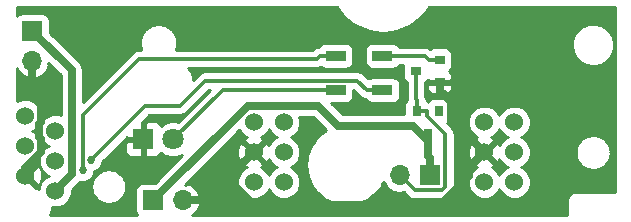
<source format=gbl>
G04 #@! TF.FileFunction,Copper,L2,Bot,Signal*
%FSLAX46Y46*%
G04 Gerber Fmt 4.6, Leading zero omitted, Abs format (unit mm)*
G04 Created by KiCad (PCBNEW 4.0.7) date 03/23/18 08:01:55*
%MOMM*%
%LPD*%
G01*
G04 APERTURE LIST*
%ADD10C,0.127000*%
%ADD11R,0.800000X0.900000*%
%ADD12R,1.700000X1.700000*%
%ADD13O,1.700000X1.700000*%
%ADD14C,1.524000*%
%ADD15R,0.900000X0.800000*%
%ADD16R,1.700000X0.900000*%
%ADD17R,1.800000X1.800000*%
%ADD18C,1.800000*%
%ADD19C,0.685800*%
%ADD20C,0.650000*%
%ADD21C,0.300000*%
%ADD22C,0.254000*%
G04 APERTURE END LIST*
D10*
D11*
X151094000Y-99533000D03*
X152994000Y-99533000D03*
X152044000Y-101533000D03*
D12*
X128753000Y-107137000D03*
D13*
X131293000Y-107137000D03*
D12*
X118542000Y-92786200D03*
D13*
X118542000Y-95326200D03*
D14*
X117958000Y-99949000D03*
X117958000Y-102489000D03*
X117958000Y-105029000D03*
X120498000Y-101219000D03*
X120498000Y-103759000D03*
X120498000Y-106299000D03*
D12*
X152197000Y-105004000D03*
D13*
X149657000Y-105004000D03*
D15*
X153019000Y-95214400D03*
X153019000Y-97114400D03*
X151019000Y-96164400D03*
D16*
X144221000Y-97792200D03*
X144221000Y-94892200D03*
X148184000Y-97792200D03*
X148184000Y-94892200D03*
D14*
X159360000Y-100508000D03*
X159360000Y-103048000D03*
X159360000Y-105588000D03*
X156820000Y-100508000D03*
X156820000Y-103048000D03*
X156820000Y-105588000D03*
X139827000Y-100508000D03*
X139827000Y-103048000D03*
X139827000Y-105588000D03*
X137287000Y-100508000D03*
X137287000Y-103048000D03*
X137287000Y-105588000D03*
D17*
X127940000Y-101956000D03*
D18*
X130480000Y-101956000D03*
D19*
X123505400Y-103733000D03*
X122812100Y-104592000D03*
D20*
X153019000Y-97114400D02*
X153019000Y-98164400D01*
X131293000Y-107137000D02*
X132793000Y-107137000D01*
X153377000Y-98164400D02*
X153019000Y-98164400D01*
X153973400Y-98760800D02*
X153377000Y-98164400D01*
X153973400Y-100201400D02*
X153973400Y-98760800D01*
X156820000Y-103048000D02*
X153973400Y-100201400D01*
X137287000Y-103048000D02*
X135066800Y-105268200D01*
X135066700Y-105268200D02*
X135066800Y-105268200D01*
X134661800Y-105268200D02*
X135066700Y-105268200D01*
X132793000Y-107137000D02*
X134661800Y-105268200D01*
X155478600Y-104389400D02*
X156820000Y-103048000D01*
X155478600Y-105047100D02*
X155478600Y-104389400D01*
X153017000Y-107508700D02*
X155478600Y-105047100D01*
X137307200Y-107508700D02*
X153017000Y-107508700D01*
X135066800Y-105268200D02*
X137307200Y-107508700D01*
X117958000Y-104394000D02*
X117958000Y-105029000D01*
X119309500Y-103042500D02*
X117958000Y-104394000D01*
X119309500Y-101927400D02*
X119309500Y-103042500D01*
X119126800Y-101744700D02*
X119309500Y-101927400D01*
X119126800Y-100677200D02*
X119126800Y-101744700D01*
X119308900Y-100495100D02*
X119126800Y-100677200D01*
X119308900Y-97593100D02*
X119308900Y-100495100D01*
X118542000Y-96826200D02*
X119308900Y-97593100D01*
X118542000Y-95326200D02*
X118542000Y-96826200D01*
D21*
X134643800Y-97792200D02*
X144221000Y-97792200D01*
X130480000Y-101956000D02*
X134643800Y-97792200D01*
D20*
X152044000Y-101533000D02*
X152044000Y-102083000D01*
X136773800Y-99116200D02*
X128753000Y-107137000D01*
X142741200Y-99116200D02*
X136773800Y-99116200D01*
X144418600Y-100793600D02*
X142741200Y-99116200D01*
X150754600Y-100793600D02*
X144418600Y-100793600D01*
X152044000Y-102083000D02*
X150754600Y-100793600D01*
X152044000Y-103351000D02*
X152044000Y-102083000D01*
X152197000Y-103504000D02*
X152044000Y-103351000D01*
X152197000Y-105004000D02*
X152197000Y-103504000D01*
D21*
X151019000Y-98533000D02*
X151094000Y-98608000D01*
X151019000Y-96164400D02*
X151019000Y-98533000D01*
X151094000Y-99533000D02*
X151094000Y-98608000D01*
X151969000Y-99983000D02*
X151969000Y-99533000D01*
X153509800Y-101523800D02*
X151969000Y-99983000D01*
X153509800Y-105962900D02*
X153509800Y-101523800D01*
X153214300Y-106258400D02*
X153509800Y-105962900D01*
X150911400Y-106258400D02*
X153214300Y-106258400D01*
X149657000Y-105004000D02*
X150911400Y-106258400D01*
X151094000Y-99533000D02*
X151969000Y-99533000D01*
X148184000Y-97792200D02*
X146859000Y-97792200D01*
X128109800Y-99128600D02*
X123505400Y-103733000D01*
X131053800Y-99128600D02*
X128109800Y-99128600D01*
X133190600Y-96991800D02*
X131053800Y-99128600D01*
X146058600Y-96991800D02*
X133190600Y-96991800D01*
X146859000Y-97792200D02*
X146058600Y-96991800D01*
X144221000Y-94892200D02*
X142896000Y-94892200D01*
X122812100Y-99943800D02*
X122812100Y-104592000D01*
X127607100Y-95148800D02*
X122812100Y-99943800D01*
X142639400Y-95148800D02*
X127607100Y-95148800D01*
X142896000Y-94892200D02*
X142639400Y-95148800D01*
X151771800Y-94892200D02*
X152094000Y-95214400D01*
X148184000Y-94892200D02*
X151771800Y-94892200D01*
X153019000Y-95214400D02*
X152094000Y-95214400D01*
D20*
X121889700Y-104907300D02*
X120498000Y-106299000D01*
X121889700Y-96133900D02*
X121889700Y-104907300D01*
X118542000Y-92786200D02*
X121889700Y-96133900D01*
D22*
G36*
X130869981Y-100455861D02*
X130786670Y-100421267D01*
X130176009Y-100420735D01*
X129611629Y-100653932D01*
X129434159Y-100831092D01*
X129378327Y-100696301D01*
X129199698Y-100517673D01*
X128966309Y-100421000D01*
X128225750Y-100421000D01*
X128067000Y-100579750D01*
X128067000Y-101829000D01*
X128087000Y-101829000D01*
X128087000Y-102083000D01*
X128067000Y-102083000D01*
X128067000Y-103332250D01*
X128225750Y-103491000D01*
X128966309Y-103491000D01*
X129199698Y-103394327D01*
X129378327Y-103215699D01*
X129434119Y-103081006D01*
X129609357Y-103256551D01*
X130173330Y-103490733D01*
X130783991Y-103491265D01*
X131222121Y-103310233D01*
X128892794Y-105639560D01*
X127903000Y-105639560D01*
X127667683Y-105683838D01*
X127451559Y-105822910D01*
X127306569Y-106035110D01*
X127255560Y-106287000D01*
X127255560Y-107987000D01*
X127299838Y-108222317D01*
X127406258Y-108387698D01*
X120048361Y-108387698D01*
X120229333Y-107951870D01*
X120229556Y-107695766D01*
X120774661Y-107696242D01*
X121288303Y-107484010D01*
X121681629Y-107091370D01*
X121894757Y-106578100D01*
X121895035Y-106259611D01*
X122271356Y-105883289D01*
X123540903Y-105883289D01*
X123546764Y-105972698D01*
X123540903Y-106062107D01*
X123568162Y-106269163D01*
X123596966Y-106354016D01*
X123614446Y-106441895D01*
X123694366Y-106634838D01*
X123744145Y-106709336D01*
X123783775Y-106789699D01*
X123910910Y-106955385D01*
X123978279Y-107014466D01*
X124037356Y-107081830D01*
X124203041Y-107208966D01*
X124283405Y-107248597D01*
X124357906Y-107298377D01*
X124550851Y-107378297D01*
X124638734Y-107395778D01*
X124723579Y-107424579D01*
X124930634Y-107451838D01*
X125020043Y-107445977D01*
X125109452Y-107451838D01*
X125316508Y-107424579D01*
X125401356Y-107395777D01*
X125489235Y-107378297D01*
X125682180Y-107298377D01*
X125756681Y-107248597D01*
X125837044Y-107208967D01*
X126002730Y-107081832D01*
X126061811Y-107014462D01*
X126129178Y-106955383D01*
X126256312Y-106789697D01*
X126295940Y-106709337D01*
X126345719Y-106634839D01*
X126425640Y-106441895D01*
X126443120Y-106354016D01*
X126471924Y-106269163D01*
X126499183Y-106062107D01*
X126493322Y-105972698D01*
X126499183Y-105883289D01*
X126471924Y-105676234D01*
X126443122Y-105591386D01*
X126425641Y-105503503D01*
X126345720Y-105310558D01*
X126295938Y-105236055D01*
X126256311Y-105155698D01*
X126129177Y-104990013D01*
X126061812Y-104930935D01*
X126002730Y-104863565D01*
X125837044Y-104736430D01*
X125756681Y-104696800D01*
X125682180Y-104647020D01*
X125489235Y-104567100D01*
X125401356Y-104549620D01*
X125316511Y-104520819D01*
X125109456Y-104493559D01*
X125020043Y-104499419D01*
X124930631Y-104493559D01*
X124724069Y-104520754D01*
X124721813Y-104520752D01*
X124712792Y-104524479D01*
X124638732Y-104549619D01*
X124550851Y-104567100D01*
X124357906Y-104647020D01*
X124283405Y-104696800D01*
X124219638Y-104728246D01*
X124194200Y-104738757D01*
X124174895Y-104758029D01*
X124037356Y-104863567D01*
X123978280Y-104930930D01*
X123910912Y-104990010D01*
X123807488Y-105124795D01*
X123790176Y-105142077D01*
X123785398Y-105153583D01*
X123783777Y-105155696D01*
X123744149Y-105236055D01*
X123694366Y-105310559D01*
X123614445Y-105503503D01*
X123596964Y-105591385D01*
X123568162Y-105676233D01*
X123540903Y-105883289D01*
X122271356Y-105883289D01*
X122568520Y-105586125D01*
X122568523Y-105586123D01*
X122587568Y-105557621D01*
X122616730Y-105569730D01*
X123005763Y-105570069D01*
X123365312Y-105421507D01*
X123640640Y-105146659D01*
X123789830Y-104787370D01*
X123789929Y-104673524D01*
X124058612Y-104562507D01*
X124333940Y-104287659D01*
X124483130Y-103928370D01*
X124483185Y-103865373D01*
X126106808Y-102241750D01*
X126405000Y-102241750D01*
X126405000Y-102982310D01*
X126501673Y-103215699D01*
X126680302Y-103394327D01*
X126913691Y-103491000D01*
X127654250Y-103491000D01*
X127813000Y-103332250D01*
X127813000Y-102083000D01*
X126563750Y-102083000D01*
X126405000Y-102241750D01*
X126106808Y-102241750D01*
X126541654Y-101806904D01*
X126563750Y-101829000D01*
X127813000Y-101829000D01*
X127813000Y-100579750D01*
X127790904Y-100557654D01*
X128434958Y-99913600D01*
X131053800Y-99913600D01*
X131354207Y-99853845D01*
X131608879Y-99683679D01*
X133515757Y-97776800D01*
X133549042Y-97776800D01*
X130869981Y-100455861D01*
X130869981Y-100455861D01*
G37*
X130869981Y-100455861D02*
X130786670Y-100421267D01*
X130176009Y-100420735D01*
X129611629Y-100653932D01*
X129434159Y-100831092D01*
X129378327Y-100696301D01*
X129199698Y-100517673D01*
X128966309Y-100421000D01*
X128225750Y-100421000D01*
X128067000Y-100579750D01*
X128067000Y-101829000D01*
X128087000Y-101829000D01*
X128087000Y-102083000D01*
X128067000Y-102083000D01*
X128067000Y-103332250D01*
X128225750Y-103491000D01*
X128966309Y-103491000D01*
X129199698Y-103394327D01*
X129378327Y-103215699D01*
X129434119Y-103081006D01*
X129609357Y-103256551D01*
X130173330Y-103490733D01*
X130783991Y-103491265D01*
X131222121Y-103310233D01*
X128892794Y-105639560D01*
X127903000Y-105639560D01*
X127667683Y-105683838D01*
X127451559Y-105822910D01*
X127306569Y-106035110D01*
X127255560Y-106287000D01*
X127255560Y-107987000D01*
X127299838Y-108222317D01*
X127406258Y-108387698D01*
X120048361Y-108387698D01*
X120229333Y-107951870D01*
X120229556Y-107695766D01*
X120774661Y-107696242D01*
X121288303Y-107484010D01*
X121681629Y-107091370D01*
X121894757Y-106578100D01*
X121895035Y-106259611D01*
X122271356Y-105883289D01*
X123540903Y-105883289D01*
X123546764Y-105972698D01*
X123540903Y-106062107D01*
X123568162Y-106269163D01*
X123596966Y-106354016D01*
X123614446Y-106441895D01*
X123694366Y-106634838D01*
X123744145Y-106709336D01*
X123783775Y-106789699D01*
X123910910Y-106955385D01*
X123978279Y-107014466D01*
X124037356Y-107081830D01*
X124203041Y-107208966D01*
X124283405Y-107248597D01*
X124357906Y-107298377D01*
X124550851Y-107378297D01*
X124638734Y-107395778D01*
X124723579Y-107424579D01*
X124930634Y-107451838D01*
X125020043Y-107445977D01*
X125109452Y-107451838D01*
X125316508Y-107424579D01*
X125401356Y-107395777D01*
X125489235Y-107378297D01*
X125682180Y-107298377D01*
X125756681Y-107248597D01*
X125837044Y-107208967D01*
X126002730Y-107081832D01*
X126061811Y-107014462D01*
X126129178Y-106955383D01*
X126256312Y-106789697D01*
X126295940Y-106709337D01*
X126345719Y-106634839D01*
X126425640Y-106441895D01*
X126443120Y-106354016D01*
X126471924Y-106269163D01*
X126499183Y-106062107D01*
X126493322Y-105972698D01*
X126499183Y-105883289D01*
X126471924Y-105676234D01*
X126443122Y-105591386D01*
X126425641Y-105503503D01*
X126345720Y-105310558D01*
X126295938Y-105236055D01*
X126256311Y-105155698D01*
X126129177Y-104990013D01*
X126061812Y-104930935D01*
X126002730Y-104863565D01*
X125837044Y-104736430D01*
X125756681Y-104696800D01*
X125682180Y-104647020D01*
X125489235Y-104567100D01*
X125401356Y-104549620D01*
X125316511Y-104520819D01*
X125109456Y-104493559D01*
X125020043Y-104499419D01*
X124930631Y-104493559D01*
X124724069Y-104520754D01*
X124721813Y-104520752D01*
X124712792Y-104524479D01*
X124638732Y-104549619D01*
X124550851Y-104567100D01*
X124357906Y-104647020D01*
X124283405Y-104696800D01*
X124219638Y-104728246D01*
X124194200Y-104738757D01*
X124174895Y-104758029D01*
X124037356Y-104863567D01*
X123978280Y-104930930D01*
X123910912Y-104990010D01*
X123807488Y-105124795D01*
X123790176Y-105142077D01*
X123785398Y-105153583D01*
X123783777Y-105155696D01*
X123744149Y-105236055D01*
X123694366Y-105310559D01*
X123614445Y-105503503D01*
X123596964Y-105591385D01*
X123568162Y-105676233D01*
X123540903Y-105883289D01*
X122271356Y-105883289D01*
X122568520Y-105586125D01*
X122568523Y-105586123D01*
X122587568Y-105557621D01*
X122616730Y-105569730D01*
X123005763Y-105570069D01*
X123365312Y-105421507D01*
X123640640Y-105146659D01*
X123789830Y-104787370D01*
X123789929Y-104673524D01*
X124058612Y-104562507D01*
X124333940Y-104287659D01*
X124483130Y-103928370D01*
X124483185Y-103865373D01*
X126106808Y-102241750D01*
X126405000Y-102241750D01*
X126405000Y-102982310D01*
X126501673Y-103215699D01*
X126680302Y-103394327D01*
X126913691Y-103491000D01*
X127654250Y-103491000D01*
X127813000Y-103332250D01*
X127813000Y-102083000D01*
X126563750Y-102083000D01*
X126405000Y-102241750D01*
X126106808Y-102241750D01*
X126541654Y-101806904D01*
X126563750Y-101829000D01*
X127813000Y-101829000D01*
X127813000Y-100579750D01*
X127790904Y-100557654D01*
X128434958Y-99913600D01*
X131053800Y-99913600D01*
X131354207Y-99853845D01*
X131608879Y-99683679D01*
X133515757Y-97776800D01*
X133549042Y-97776800D01*
X130869981Y-100455861D01*
G36*
X144753595Y-91356444D02*
X144821410Y-91424298D01*
X144881211Y-91499318D01*
X145710989Y-92200296D01*
X145794950Y-92246722D01*
X145873179Y-92302243D01*
X146864619Y-92746031D01*
X146958147Y-92767390D01*
X147048697Y-92799079D01*
X148124259Y-92950968D01*
X148220043Y-92945593D01*
X148315827Y-92950968D01*
X149391389Y-92799079D01*
X149481937Y-92767390D01*
X149575466Y-92746031D01*
X150566907Y-92302243D01*
X150645139Y-92246719D01*
X150729096Y-92200296D01*
X151558876Y-91499317D01*
X151618675Y-91424300D01*
X151686492Y-91356444D01*
X152086311Y-90757698D01*
X167835043Y-90757698D01*
X167835043Y-106387698D01*
X164520043Y-106387698D01*
X164257905Y-106439841D01*
X164035675Y-106588330D01*
X163887186Y-106810560D01*
X163835043Y-107072698D01*
X163835043Y-108387698D01*
X132082909Y-108387698D01*
X132488183Y-108018358D01*
X132734486Y-107493892D01*
X132613819Y-107264000D01*
X131420000Y-107264000D01*
X131420000Y-107284000D01*
X131166000Y-107284000D01*
X131166000Y-107264000D01*
X131146000Y-107264000D01*
X131146000Y-107010000D01*
X131166000Y-107010000D01*
X131166000Y-106990000D01*
X131420000Y-106990000D01*
X131420000Y-107010000D01*
X132613819Y-107010000D01*
X132734486Y-106780108D01*
X132488183Y-106255642D01*
X132059924Y-105865355D01*
X131649890Y-105695524D01*
X131442870Y-105804776D01*
X134407344Y-102840302D01*
X135877856Y-102840302D01*
X135905638Y-103395368D01*
X136064603Y-103779143D01*
X136306787Y-103848608D01*
X137107395Y-103048000D01*
X136306787Y-102247392D01*
X136064603Y-102316857D01*
X135877856Y-102840302D01*
X134407344Y-102840302D01*
X136057359Y-101190287D01*
X136101990Y-101298303D01*
X136494630Y-101691629D01*
X136686727Y-101771395D01*
X136555857Y-101825603D01*
X136486392Y-102067787D01*
X137287000Y-102868395D01*
X138087608Y-102067787D01*
X138018143Y-101825603D01*
X137877682Y-101775491D01*
X138077303Y-101693010D01*
X138470629Y-101300370D01*
X138556949Y-101092488D01*
X138641990Y-101298303D01*
X139034630Y-101691629D01*
X139242512Y-101777949D01*
X139036697Y-101862990D01*
X138643371Y-102255630D01*
X138563605Y-102447727D01*
X138509397Y-102316857D01*
X138267213Y-102247392D01*
X137466605Y-103048000D01*
X138267213Y-103848608D01*
X138509397Y-103779143D01*
X138559509Y-103638682D01*
X138641990Y-103838303D01*
X139034630Y-104231629D01*
X139242512Y-104317949D01*
X139036697Y-104402990D01*
X138643371Y-104795630D01*
X138557051Y-105003512D01*
X138472010Y-104797697D01*
X138079370Y-104404371D01*
X137887273Y-104324605D01*
X138018143Y-104270397D01*
X138087608Y-104028213D01*
X137287000Y-103227605D01*
X136486392Y-104028213D01*
X136555857Y-104270397D01*
X136696318Y-104320509D01*
X136496697Y-104402990D01*
X136103371Y-104795630D01*
X135890243Y-105308900D01*
X135889758Y-105864661D01*
X136101990Y-106378303D01*
X136494630Y-106771629D01*
X137007900Y-106984757D01*
X137563661Y-106985242D01*
X138077303Y-106773010D01*
X138470629Y-106380370D01*
X138556949Y-106172488D01*
X138641990Y-106378303D01*
X139034630Y-106771629D01*
X139547900Y-106984757D01*
X140103661Y-106985242D01*
X140617303Y-106773010D01*
X141010629Y-106380370D01*
X141223757Y-105867100D01*
X141224242Y-105311339D01*
X141012010Y-104797697D01*
X140619370Y-104404371D01*
X140411488Y-104318051D01*
X140617303Y-104233010D01*
X141010629Y-103840370D01*
X141223757Y-103327100D01*
X141224242Y-102771339D01*
X141012010Y-102257697D01*
X140619370Y-101864371D01*
X140411488Y-101778051D01*
X140617303Y-101693010D01*
X141010629Y-101300370D01*
X141223757Y-100787100D01*
X141224242Y-100231339D01*
X141160140Y-100076200D01*
X142343554Y-100076200D01*
X143436305Y-101168950D01*
X143378041Y-101197682D01*
X143279723Y-101273124D01*
X143259057Y-101281663D01*
X143227365Y-101313300D01*
X142808498Y-101634708D01*
X142749416Y-101702078D01*
X142682054Y-101761153D01*
X142365602Y-102173559D01*
X142306010Y-102233048D01*
X142289564Y-102272654D01*
X142245027Y-102330696D01*
X142205399Y-102411054D01*
X142155615Y-102485560D01*
X141880889Y-103148808D01*
X141863409Y-103236687D01*
X141834607Y-103321535D01*
X141825590Y-103390029D01*
X141789589Y-103476728D01*
X141789425Y-103664726D01*
X141740903Y-104033287D01*
X141746763Y-104122698D01*
X141740903Y-104212108D01*
X141788631Y-104574639D01*
X141788414Y-104823364D01*
X141856098Y-104987173D01*
X141863411Y-105008715D01*
X141880890Y-105096589D01*
X142155615Y-105759836D01*
X142205396Y-105834337D01*
X142209982Y-105843637D01*
X142302663Y-106067943D01*
X142561817Y-106327550D01*
X142682053Y-106484244D01*
X142749418Y-106543321D01*
X142808498Y-106610689D01*
X142962186Y-106728618D01*
X143254048Y-107020990D01*
X143531543Y-107136216D01*
X143532905Y-107137126D01*
X143869085Y-107276376D01*
X144497728Y-107537411D01*
X144974207Y-107537827D01*
X145080633Y-107551838D01*
X145170043Y-107545978D01*
X145259453Y-107551838D01*
X145363300Y-107538166D01*
X145844364Y-107538586D01*
X147088943Y-107024337D01*
X147409364Y-106704474D01*
X147531588Y-106610689D01*
X147590667Y-106543322D01*
X147658034Y-106484243D01*
X147749861Y-106364571D01*
X148041990Y-106072952D01*
X148151548Y-105809108D01*
X148184470Y-105759836D01*
X148273706Y-105544402D01*
X148285039Y-105601378D01*
X148606946Y-106083147D01*
X149088715Y-106405054D01*
X149657000Y-106518093D01*
X149993918Y-106451076D01*
X150356319Y-106813476D01*
X150356321Y-106813479D01*
X150610994Y-106983645D01*
X150911400Y-107043400D01*
X153214300Y-107043400D01*
X153514707Y-106983645D01*
X153769379Y-106813479D01*
X154064879Y-106517979D01*
X154235045Y-106263307D01*
X154294800Y-105962900D01*
X154294800Y-102840302D01*
X155410856Y-102840302D01*
X155438638Y-103395368D01*
X155597603Y-103779143D01*
X155839787Y-103848608D01*
X156640395Y-103048000D01*
X155839787Y-102247392D01*
X155597603Y-102316857D01*
X155410856Y-102840302D01*
X154294800Y-102840302D01*
X154294800Y-101523800D01*
X154273865Y-101418552D01*
X154235045Y-101223393D01*
X154064879Y-100968721D01*
X153880819Y-100784661D01*
X155422758Y-100784661D01*
X155634990Y-101298303D01*
X156027630Y-101691629D01*
X156219727Y-101771395D01*
X156088857Y-101825603D01*
X156019392Y-102067787D01*
X156820000Y-102868395D01*
X157620608Y-102067787D01*
X157551143Y-101825603D01*
X157410682Y-101775491D01*
X157610303Y-101693010D01*
X158003629Y-101300370D01*
X158089949Y-101092488D01*
X158174990Y-101298303D01*
X158567630Y-101691629D01*
X158775512Y-101777949D01*
X158569697Y-101862990D01*
X158176371Y-102255630D01*
X158096605Y-102447727D01*
X158042397Y-102316857D01*
X157800213Y-102247392D01*
X156999605Y-103048000D01*
X157800213Y-103848608D01*
X158042397Y-103779143D01*
X158092509Y-103638682D01*
X158174990Y-103838303D01*
X158567630Y-104231629D01*
X158775512Y-104317949D01*
X158569697Y-104402990D01*
X158176371Y-104795630D01*
X158090051Y-105003512D01*
X158005010Y-104797697D01*
X157612370Y-104404371D01*
X157420273Y-104324605D01*
X157551143Y-104270397D01*
X157620608Y-104028213D01*
X156820000Y-103227605D01*
X156019392Y-104028213D01*
X156088857Y-104270397D01*
X156229318Y-104320509D01*
X156029697Y-104402990D01*
X155636371Y-104795630D01*
X155423243Y-105308900D01*
X155422758Y-105864661D01*
X155634990Y-106378303D01*
X156027630Y-106771629D01*
X156540900Y-106984757D01*
X157096661Y-106985242D01*
X157610303Y-106773010D01*
X158003629Y-106380370D01*
X158089949Y-106172488D01*
X158174990Y-106378303D01*
X158567630Y-106771629D01*
X159080900Y-106984757D01*
X159636661Y-106985242D01*
X160150303Y-106773010D01*
X160543629Y-106380370D01*
X160756757Y-105867100D01*
X160757242Y-105311339D01*
X160545010Y-104797697D01*
X160152370Y-104404371D01*
X159944488Y-104318051D01*
X160150303Y-104233010D01*
X160543629Y-103840370D01*
X160756757Y-103327100D01*
X160757057Y-102983289D01*
X164540903Y-102983289D01*
X164546764Y-103072698D01*
X164540903Y-103162107D01*
X164568162Y-103369163D01*
X164596966Y-103454016D01*
X164614446Y-103541895D01*
X164694366Y-103734838D01*
X164744145Y-103809336D01*
X164783775Y-103889699D01*
X164910910Y-104055385D01*
X164978279Y-104114466D01*
X165037356Y-104181830D01*
X165203041Y-104308966D01*
X165283405Y-104348597D01*
X165357906Y-104398377D01*
X165550851Y-104478297D01*
X165638734Y-104495778D01*
X165723579Y-104524579D01*
X165930634Y-104551838D01*
X166020043Y-104545977D01*
X166109452Y-104551838D01*
X166316508Y-104524579D01*
X166401356Y-104495777D01*
X166489235Y-104478297D01*
X166682180Y-104398377D01*
X166756681Y-104348597D01*
X166837044Y-104308967D01*
X167002730Y-104181832D01*
X167061811Y-104114462D01*
X167129178Y-104055383D01*
X167256312Y-103889697D01*
X167295940Y-103809337D01*
X167345719Y-103734839D01*
X167425640Y-103541895D01*
X167443120Y-103454016D01*
X167471924Y-103369163D01*
X167499183Y-103162107D01*
X167493322Y-103072698D01*
X167499183Y-102983289D01*
X167475226Y-102801314D01*
X167475248Y-102775813D01*
X167455820Y-102728794D01*
X167443122Y-102691386D01*
X167425641Y-102603503D01*
X167345720Y-102410558D01*
X167295938Y-102336055D01*
X167281170Y-102306107D01*
X167257243Y-102248200D01*
X167228344Y-102219251D01*
X167129177Y-102090013D01*
X167061812Y-102030935D01*
X167002730Y-101963565D01*
X166876130Y-101866421D01*
X166853923Y-101844176D01*
X166839138Y-101838037D01*
X166837044Y-101836430D01*
X166756681Y-101796800D01*
X166682180Y-101747020D01*
X166489235Y-101667100D01*
X166401356Y-101649620D01*
X166316511Y-101620819D01*
X166109456Y-101593559D01*
X166020043Y-101599419D01*
X165930631Y-101593559D01*
X165723575Y-101620819D01*
X165638732Y-101649619D01*
X165550851Y-101667100D01*
X165357906Y-101747020D01*
X165283405Y-101796800D01*
X165203041Y-101836431D01*
X165037356Y-101963567D01*
X164978280Y-102030930D01*
X164910912Y-102090010D01*
X164783777Y-102255696D01*
X164744149Y-102336055D01*
X164694366Y-102410559D01*
X164614445Y-102603503D01*
X164596964Y-102691385D01*
X164568162Y-102776233D01*
X164540903Y-102983289D01*
X160757057Y-102983289D01*
X160757242Y-102771339D01*
X160545010Y-102257697D01*
X160152370Y-101864371D01*
X159944488Y-101778051D01*
X160150303Y-101693010D01*
X160543629Y-101300370D01*
X160756757Y-100787100D01*
X160757242Y-100231339D01*
X160545010Y-99717697D01*
X160152370Y-99324371D01*
X159639100Y-99111243D01*
X159083339Y-99110758D01*
X158569697Y-99322990D01*
X158176371Y-99715630D01*
X158090051Y-99923512D01*
X158005010Y-99717697D01*
X157612370Y-99324371D01*
X157099100Y-99111243D01*
X156543339Y-99110758D01*
X156029697Y-99322990D01*
X155636371Y-99715630D01*
X155423243Y-100228900D01*
X155422758Y-100784661D01*
X153880819Y-100784661D01*
X153661567Y-100565409D01*
X153845441Y-100447090D01*
X153990431Y-100234890D01*
X154041440Y-99983000D01*
X154041440Y-99083000D01*
X153997162Y-98847683D01*
X153858090Y-98631559D01*
X153645890Y-98486569D01*
X153394000Y-98435560D01*
X152594000Y-98435560D01*
X152358683Y-98479838D01*
X152142559Y-98618910D01*
X152044143Y-98762947D01*
X152042415Y-98762603D01*
X151958090Y-98631559D01*
X151871983Y-98572725D01*
X151844234Y-98433222D01*
X151819245Y-98307593D01*
X151804000Y-98284777D01*
X151804000Y-97400150D01*
X151934000Y-97400150D01*
X151934000Y-97640710D01*
X152030673Y-97874099D01*
X152209302Y-98052727D01*
X152442691Y-98149400D01*
X152733250Y-98149400D01*
X152892000Y-97990650D01*
X152892000Y-97241400D01*
X153146000Y-97241400D01*
X153146000Y-97990650D01*
X153304750Y-98149400D01*
X153595309Y-98149400D01*
X153828698Y-98052727D01*
X154007327Y-97874099D01*
X154104000Y-97640710D01*
X154104000Y-97400150D01*
X153945250Y-97241400D01*
X153146000Y-97241400D01*
X152892000Y-97241400D01*
X152092750Y-97241400D01*
X151934000Y-97400150D01*
X151804000Y-97400150D01*
X151804000Y-97103418D01*
X151920441Y-97028490D01*
X152007064Y-96901714D01*
X152092750Y-96987400D01*
X152892000Y-96987400D01*
X152892000Y-96967400D01*
X153146000Y-96967400D01*
X153146000Y-96987400D01*
X153945250Y-96987400D01*
X154104000Y-96828650D01*
X154104000Y-96588090D01*
X154007327Y-96354701D01*
X153828698Y-96176073D01*
X153792253Y-96160977D01*
X153920441Y-96078490D01*
X154065431Y-95866290D01*
X154116440Y-95614400D01*
X154116440Y-94814400D01*
X154072162Y-94579083D01*
X153933090Y-94362959D01*
X153720890Y-94217969D01*
X153469000Y-94166960D01*
X152569000Y-94166960D01*
X152333683Y-94211238D01*
X152234245Y-94275225D01*
X152072207Y-94166955D01*
X151771800Y-94107200D01*
X149573018Y-94107200D01*
X149498090Y-93990759D01*
X149340798Y-93883286D01*
X164240903Y-93883286D01*
X164246763Y-93972698D01*
X164240903Y-94062109D01*
X164253797Y-94160051D01*
X164253699Y-94272799D01*
X164275628Y-94325872D01*
X164278385Y-94346811D01*
X164307188Y-94431659D01*
X164324667Y-94519536D01*
X164434557Y-94784835D01*
X164484337Y-94859337D01*
X164523968Y-94939700D01*
X164698779Y-95167517D01*
X164766146Y-95226596D01*
X164825225Y-95293963D01*
X165053042Y-95468773D01*
X165133402Y-95508402D01*
X165207904Y-95558183D01*
X165473203Y-95668074D01*
X165561084Y-95685555D01*
X165645933Y-95714357D01*
X165930634Y-95751838D01*
X166020043Y-95745977D01*
X166109452Y-95751838D01*
X166394153Y-95714357D01*
X166479005Y-95685554D01*
X166566883Y-95668074D01*
X166832182Y-95558183D01*
X166906684Y-95508402D01*
X166987043Y-95468774D01*
X167214861Y-95293964D01*
X167273941Y-95226596D01*
X167341309Y-95167516D01*
X167516119Y-94939698D01*
X167555747Y-94859339D01*
X167605528Y-94784837D01*
X167715419Y-94519538D01*
X167732900Y-94431657D01*
X167761702Y-94346808D01*
X167799183Y-94062107D01*
X167793322Y-93972698D01*
X167799183Y-93883289D01*
X167761702Y-93598589D01*
X167732900Y-93513741D01*
X167715419Y-93425860D01*
X167605528Y-93160560D01*
X167555748Y-93086059D01*
X167516118Y-93005697D01*
X167341308Y-92777880D01*
X167273941Y-92718800D01*
X167214861Y-92651433D01*
X167001724Y-92487888D01*
X166973082Y-92459196D01*
X166885455Y-92422810D01*
X166832182Y-92387214D01*
X166566883Y-92277323D01*
X166505845Y-92265182D01*
X166335627Y-92194501D01*
X166115156Y-92194309D01*
X166109454Y-92193558D01*
X166098226Y-92194294D01*
X165939751Y-92194156D01*
X165930632Y-92193558D01*
X165926182Y-92194144D01*
X165645401Y-92193899D01*
X165007485Y-92457481D01*
X164518996Y-92945118D01*
X164254301Y-93582573D01*
X164254126Y-93782846D01*
X164240903Y-93883286D01*
X149340798Y-93883286D01*
X149285890Y-93845769D01*
X149034000Y-93794760D01*
X147334000Y-93794760D01*
X147098683Y-93839038D01*
X146882559Y-93978110D01*
X146737569Y-94190310D01*
X146686560Y-94442200D01*
X146686560Y-95342200D01*
X146730838Y-95577517D01*
X146869910Y-95793641D01*
X147082110Y-95938631D01*
X147334000Y-95989640D01*
X149034000Y-95989640D01*
X149269317Y-95945362D01*
X149485441Y-95806290D01*
X149573644Y-95677200D01*
X149939218Y-95677200D01*
X149921560Y-95764400D01*
X149921560Y-96564400D01*
X149965838Y-96799717D01*
X150104910Y-97015841D01*
X150234000Y-97104044D01*
X150234000Y-98533000D01*
X150250121Y-98614044D01*
X150242559Y-98618910D01*
X150097569Y-98831110D01*
X150046560Y-99083000D01*
X150046560Y-99833600D01*
X144816245Y-99833600D01*
X143872286Y-98889640D01*
X145071000Y-98889640D01*
X145306317Y-98845362D01*
X145522441Y-98706290D01*
X145667431Y-98494090D01*
X145718440Y-98242200D01*
X145718440Y-97776800D01*
X145733442Y-97776800D01*
X146303919Y-98347276D01*
X146303921Y-98347279D01*
X146534961Y-98501654D01*
X146558594Y-98517445D01*
X146785586Y-98562598D01*
X146869910Y-98693641D01*
X147082110Y-98838631D01*
X147334000Y-98889640D01*
X149034000Y-98889640D01*
X149269317Y-98845362D01*
X149485441Y-98706290D01*
X149630431Y-98494090D01*
X149681440Y-98242200D01*
X149681440Y-97342200D01*
X149637162Y-97106883D01*
X149498090Y-96890759D01*
X149285890Y-96745769D01*
X149034000Y-96694760D01*
X147334000Y-96694760D01*
X147098683Y-96739038D01*
X146987524Y-96810567D01*
X146613679Y-96436721D01*
X146359007Y-96266555D01*
X146058600Y-96206800D01*
X133190605Y-96206800D01*
X133190600Y-96206799D01*
X132904376Y-96263734D01*
X132890194Y-96266555D01*
X132635521Y-96436721D01*
X132635519Y-96436724D01*
X132156075Y-96916167D01*
X132156248Y-96718413D01*
X131938243Y-96190800D01*
X131799343Y-96051658D01*
X131792848Y-96043193D01*
X131777154Y-96029430D01*
X131681691Y-95933800D01*
X142639400Y-95933800D01*
X142939807Y-95874045D01*
X142982670Y-95845405D01*
X143119110Y-95938631D01*
X143371000Y-95989640D01*
X145071000Y-95989640D01*
X145306317Y-95945362D01*
X145522441Y-95806290D01*
X145667431Y-95594090D01*
X145718440Y-95342200D01*
X145718440Y-94442200D01*
X145674162Y-94206883D01*
X145535090Y-93990759D01*
X145322890Y-93845769D01*
X145071000Y-93794760D01*
X143371000Y-93794760D01*
X143135683Y-93839038D01*
X142919559Y-93978110D01*
X142821188Y-94122081D01*
X142595593Y-94166955D01*
X142340921Y-94337121D01*
X142314242Y-94363800D01*
X130692618Y-94363800D01*
X130732424Y-94267698D01*
X130749904Y-94179821D01*
X130778706Y-94094973D01*
X130809371Y-93862051D01*
X130803511Y-93772640D01*
X130809371Y-93683229D01*
X130778706Y-93450307D01*
X130749904Y-93365459D01*
X130732424Y-93277582D01*
X130642520Y-93060532D01*
X130592738Y-92986027D01*
X130553108Y-92905666D01*
X130410090Y-92719282D01*
X130342721Y-92660201D01*
X130283645Y-92592838D01*
X130097261Y-92449820D01*
X130016896Y-92410189D01*
X129942399Y-92360411D01*
X129725350Y-92270506D01*
X129637473Y-92253026D01*
X129552622Y-92224223D01*
X129319700Y-92193558D01*
X129230289Y-92199418D01*
X129140878Y-92193558D01*
X128907956Y-92224223D01*
X128823105Y-92253026D01*
X128735228Y-92270506D01*
X128518179Y-92360411D01*
X128443678Y-92410191D01*
X128363318Y-92449820D01*
X128176933Y-92592837D01*
X128117851Y-92660207D01*
X128050487Y-92719284D01*
X127907469Y-92905668D01*
X127867838Y-92986033D01*
X127818060Y-93060530D01*
X127728155Y-93277579D01*
X127710675Y-93365460D01*
X127681872Y-93450310D01*
X127651208Y-93683232D01*
X127657069Y-93772640D01*
X127651208Y-93862048D01*
X127681872Y-94094970D01*
X127710675Y-94179820D01*
X127728155Y-94267701D01*
X127767961Y-94363800D01*
X127607100Y-94363800D01*
X127306693Y-94423555D01*
X127052021Y-94593721D01*
X122849700Y-98796042D01*
X122849700Y-96133905D01*
X122849701Y-96133900D01*
X122776624Y-95766524D01*
X122741767Y-95714357D01*
X122568523Y-95455077D01*
X122568520Y-95455075D01*
X120039440Y-92925994D01*
X120039440Y-91936200D01*
X119995162Y-91700883D01*
X119856090Y-91484759D01*
X119643890Y-91339769D01*
X119392000Y-91288760D01*
X117692000Y-91288760D01*
X117456683Y-91333038D01*
X117240559Y-91472110D01*
X117205043Y-91524089D01*
X117205043Y-90757698D01*
X144353776Y-90757698D01*
X144753595Y-91356444D01*
X144753595Y-91356444D01*
G37*
X144753595Y-91356444D02*
X144821410Y-91424298D01*
X144881211Y-91499318D01*
X145710989Y-92200296D01*
X145794950Y-92246722D01*
X145873179Y-92302243D01*
X146864619Y-92746031D01*
X146958147Y-92767390D01*
X147048697Y-92799079D01*
X148124259Y-92950968D01*
X148220043Y-92945593D01*
X148315827Y-92950968D01*
X149391389Y-92799079D01*
X149481937Y-92767390D01*
X149575466Y-92746031D01*
X150566907Y-92302243D01*
X150645139Y-92246719D01*
X150729096Y-92200296D01*
X151558876Y-91499317D01*
X151618675Y-91424300D01*
X151686492Y-91356444D01*
X152086311Y-90757698D01*
X167835043Y-90757698D01*
X167835043Y-106387698D01*
X164520043Y-106387698D01*
X164257905Y-106439841D01*
X164035675Y-106588330D01*
X163887186Y-106810560D01*
X163835043Y-107072698D01*
X163835043Y-108387698D01*
X132082909Y-108387698D01*
X132488183Y-108018358D01*
X132734486Y-107493892D01*
X132613819Y-107264000D01*
X131420000Y-107264000D01*
X131420000Y-107284000D01*
X131166000Y-107284000D01*
X131166000Y-107264000D01*
X131146000Y-107264000D01*
X131146000Y-107010000D01*
X131166000Y-107010000D01*
X131166000Y-106990000D01*
X131420000Y-106990000D01*
X131420000Y-107010000D01*
X132613819Y-107010000D01*
X132734486Y-106780108D01*
X132488183Y-106255642D01*
X132059924Y-105865355D01*
X131649890Y-105695524D01*
X131442870Y-105804776D01*
X134407344Y-102840302D01*
X135877856Y-102840302D01*
X135905638Y-103395368D01*
X136064603Y-103779143D01*
X136306787Y-103848608D01*
X137107395Y-103048000D01*
X136306787Y-102247392D01*
X136064603Y-102316857D01*
X135877856Y-102840302D01*
X134407344Y-102840302D01*
X136057359Y-101190287D01*
X136101990Y-101298303D01*
X136494630Y-101691629D01*
X136686727Y-101771395D01*
X136555857Y-101825603D01*
X136486392Y-102067787D01*
X137287000Y-102868395D01*
X138087608Y-102067787D01*
X138018143Y-101825603D01*
X137877682Y-101775491D01*
X138077303Y-101693010D01*
X138470629Y-101300370D01*
X138556949Y-101092488D01*
X138641990Y-101298303D01*
X139034630Y-101691629D01*
X139242512Y-101777949D01*
X139036697Y-101862990D01*
X138643371Y-102255630D01*
X138563605Y-102447727D01*
X138509397Y-102316857D01*
X138267213Y-102247392D01*
X137466605Y-103048000D01*
X138267213Y-103848608D01*
X138509397Y-103779143D01*
X138559509Y-103638682D01*
X138641990Y-103838303D01*
X139034630Y-104231629D01*
X139242512Y-104317949D01*
X139036697Y-104402990D01*
X138643371Y-104795630D01*
X138557051Y-105003512D01*
X138472010Y-104797697D01*
X138079370Y-104404371D01*
X137887273Y-104324605D01*
X138018143Y-104270397D01*
X138087608Y-104028213D01*
X137287000Y-103227605D01*
X136486392Y-104028213D01*
X136555857Y-104270397D01*
X136696318Y-104320509D01*
X136496697Y-104402990D01*
X136103371Y-104795630D01*
X135890243Y-105308900D01*
X135889758Y-105864661D01*
X136101990Y-106378303D01*
X136494630Y-106771629D01*
X137007900Y-106984757D01*
X137563661Y-106985242D01*
X138077303Y-106773010D01*
X138470629Y-106380370D01*
X138556949Y-106172488D01*
X138641990Y-106378303D01*
X139034630Y-106771629D01*
X139547900Y-106984757D01*
X140103661Y-106985242D01*
X140617303Y-106773010D01*
X141010629Y-106380370D01*
X141223757Y-105867100D01*
X141224242Y-105311339D01*
X141012010Y-104797697D01*
X140619370Y-104404371D01*
X140411488Y-104318051D01*
X140617303Y-104233010D01*
X141010629Y-103840370D01*
X141223757Y-103327100D01*
X141224242Y-102771339D01*
X141012010Y-102257697D01*
X140619370Y-101864371D01*
X140411488Y-101778051D01*
X140617303Y-101693010D01*
X141010629Y-101300370D01*
X141223757Y-100787100D01*
X141224242Y-100231339D01*
X141160140Y-100076200D01*
X142343554Y-100076200D01*
X143436305Y-101168950D01*
X143378041Y-101197682D01*
X143279723Y-101273124D01*
X143259057Y-101281663D01*
X143227365Y-101313300D01*
X142808498Y-101634708D01*
X142749416Y-101702078D01*
X142682054Y-101761153D01*
X142365602Y-102173559D01*
X142306010Y-102233048D01*
X142289564Y-102272654D01*
X142245027Y-102330696D01*
X142205399Y-102411054D01*
X142155615Y-102485560D01*
X141880889Y-103148808D01*
X141863409Y-103236687D01*
X141834607Y-103321535D01*
X141825590Y-103390029D01*
X141789589Y-103476728D01*
X141789425Y-103664726D01*
X141740903Y-104033287D01*
X141746763Y-104122698D01*
X141740903Y-104212108D01*
X141788631Y-104574639D01*
X141788414Y-104823364D01*
X141856098Y-104987173D01*
X141863411Y-105008715D01*
X141880890Y-105096589D01*
X142155615Y-105759836D01*
X142205396Y-105834337D01*
X142209982Y-105843637D01*
X142302663Y-106067943D01*
X142561817Y-106327550D01*
X142682053Y-106484244D01*
X142749418Y-106543321D01*
X142808498Y-106610689D01*
X142962186Y-106728618D01*
X143254048Y-107020990D01*
X143531543Y-107136216D01*
X143532905Y-107137126D01*
X143869085Y-107276376D01*
X144497728Y-107537411D01*
X144974207Y-107537827D01*
X145080633Y-107551838D01*
X145170043Y-107545978D01*
X145259453Y-107551838D01*
X145363300Y-107538166D01*
X145844364Y-107538586D01*
X147088943Y-107024337D01*
X147409364Y-106704474D01*
X147531588Y-106610689D01*
X147590667Y-106543322D01*
X147658034Y-106484243D01*
X147749861Y-106364571D01*
X148041990Y-106072952D01*
X148151548Y-105809108D01*
X148184470Y-105759836D01*
X148273706Y-105544402D01*
X148285039Y-105601378D01*
X148606946Y-106083147D01*
X149088715Y-106405054D01*
X149657000Y-106518093D01*
X149993918Y-106451076D01*
X150356319Y-106813476D01*
X150356321Y-106813479D01*
X150610994Y-106983645D01*
X150911400Y-107043400D01*
X153214300Y-107043400D01*
X153514707Y-106983645D01*
X153769379Y-106813479D01*
X154064879Y-106517979D01*
X154235045Y-106263307D01*
X154294800Y-105962900D01*
X154294800Y-102840302D01*
X155410856Y-102840302D01*
X155438638Y-103395368D01*
X155597603Y-103779143D01*
X155839787Y-103848608D01*
X156640395Y-103048000D01*
X155839787Y-102247392D01*
X155597603Y-102316857D01*
X155410856Y-102840302D01*
X154294800Y-102840302D01*
X154294800Y-101523800D01*
X154273865Y-101418552D01*
X154235045Y-101223393D01*
X154064879Y-100968721D01*
X153880819Y-100784661D01*
X155422758Y-100784661D01*
X155634990Y-101298303D01*
X156027630Y-101691629D01*
X156219727Y-101771395D01*
X156088857Y-101825603D01*
X156019392Y-102067787D01*
X156820000Y-102868395D01*
X157620608Y-102067787D01*
X157551143Y-101825603D01*
X157410682Y-101775491D01*
X157610303Y-101693010D01*
X158003629Y-101300370D01*
X158089949Y-101092488D01*
X158174990Y-101298303D01*
X158567630Y-101691629D01*
X158775512Y-101777949D01*
X158569697Y-101862990D01*
X158176371Y-102255630D01*
X158096605Y-102447727D01*
X158042397Y-102316857D01*
X157800213Y-102247392D01*
X156999605Y-103048000D01*
X157800213Y-103848608D01*
X158042397Y-103779143D01*
X158092509Y-103638682D01*
X158174990Y-103838303D01*
X158567630Y-104231629D01*
X158775512Y-104317949D01*
X158569697Y-104402990D01*
X158176371Y-104795630D01*
X158090051Y-105003512D01*
X158005010Y-104797697D01*
X157612370Y-104404371D01*
X157420273Y-104324605D01*
X157551143Y-104270397D01*
X157620608Y-104028213D01*
X156820000Y-103227605D01*
X156019392Y-104028213D01*
X156088857Y-104270397D01*
X156229318Y-104320509D01*
X156029697Y-104402990D01*
X155636371Y-104795630D01*
X155423243Y-105308900D01*
X155422758Y-105864661D01*
X155634990Y-106378303D01*
X156027630Y-106771629D01*
X156540900Y-106984757D01*
X157096661Y-106985242D01*
X157610303Y-106773010D01*
X158003629Y-106380370D01*
X158089949Y-106172488D01*
X158174990Y-106378303D01*
X158567630Y-106771629D01*
X159080900Y-106984757D01*
X159636661Y-106985242D01*
X160150303Y-106773010D01*
X160543629Y-106380370D01*
X160756757Y-105867100D01*
X160757242Y-105311339D01*
X160545010Y-104797697D01*
X160152370Y-104404371D01*
X159944488Y-104318051D01*
X160150303Y-104233010D01*
X160543629Y-103840370D01*
X160756757Y-103327100D01*
X160757057Y-102983289D01*
X164540903Y-102983289D01*
X164546764Y-103072698D01*
X164540903Y-103162107D01*
X164568162Y-103369163D01*
X164596966Y-103454016D01*
X164614446Y-103541895D01*
X164694366Y-103734838D01*
X164744145Y-103809336D01*
X164783775Y-103889699D01*
X164910910Y-104055385D01*
X164978279Y-104114466D01*
X165037356Y-104181830D01*
X165203041Y-104308966D01*
X165283405Y-104348597D01*
X165357906Y-104398377D01*
X165550851Y-104478297D01*
X165638734Y-104495778D01*
X165723579Y-104524579D01*
X165930634Y-104551838D01*
X166020043Y-104545977D01*
X166109452Y-104551838D01*
X166316508Y-104524579D01*
X166401356Y-104495777D01*
X166489235Y-104478297D01*
X166682180Y-104398377D01*
X166756681Y-104348597D01*
X166837044Y-104308967D01*
X167002730Y-104181832D01*
X167061811Y-104114462D01*
X167129178Y-104055383D01*
X167256312Y-103889697D01*
X167295940Y-103809337D01*
X167345719Y-103734839D01*
X167425640Y-103541895D01*
X167443120Y-103454016D01*
X167471924Y-103369163D01*
X167499183Y-103162107D01*
X167493322Y-103072698D01*
X167499183Y-102983289D01*
X167475226Y-102801314D01*
X167475248Y-102775813D01*
X167455820Y-102728794D01*
X167443122Y-102691386D01*
X167425641Y-102603503D01*
X167345720Y-102410558D01*
X167295938Y-102336055D01*
X167281170Y-102306107D01*
X167257243Y-102248200D01*
X167228344Y-102219251D01*
X167129177Y-102090013D01*
X167061812Y-102030935D01*
X167002730Y-101963565D01*
X166876130Y-101866421D01*
X166853923Y-101844176D01*
X166839138Y-101838037D01*
X166837044Y-101836430D01*
X166756681Y-101796800D01*
X166682180Y-101747020D01*
X166489235Y-101667100D01*
X166401356Y-101649620D01*
X166316511Y-101620819D01*
X166109456Y-101593559D01*
X166020043Y-101599419D01*
X165930631Y-101593559D01*
X165723575Y-101620819D01*
X165638732Y-101649619D01*
X165550851Y-101667100D01*
X165357906Y-101747020D01*
X165283405Y-101796800D01*
X165203041Y-101836431D01*
X165037356Y-101963567D01*
X164978280Y-102030930D01*
X164910912Y-102090010D01*
X164783777Y-102255696D01*
X164744149Y-102336055D01*
X164694366Y-102410559D01*
X164614445Y-102603503D01*
X164596964Y-102691385D01*
X164568162Y-102776233D01*
X164540903Y-102983289D01*
X160757057Y-102983289D01*
X160757242Y-102771339D01*
X160545010Y-102257697D01*
X160152370Y-101864371D01*
X159944488Y-101778051D01*
X160150303Y-101693010D01*
X160543629Y-101300370D01*
X160756757Y-100787100D01*
X160757242Y-100231339D01*
X160545010Y-99717697D01*
X160152370Y-99324371D01*
X159639100Y-99111243D01*
X159083339Y-99110758D01*
X158569697Y-99322990D01*
X158176371Y-99715630D01*
X158090051Y-99923512D01*
X158005010Y-99717697D01*
X157612370Y-99324371D01*
X157099100Y-99111243D01*
X156543339Y-99110758D01*
X156029697Y-99322990D01*
X155636371Y-99715630D01*
X155423243Y-100228900D01*
X155422758Y-100784661D01*
X153880819Y-100784661D01*
X153661567Y-100565409D01*
X153845441Y-100447090D01*
X153990431Y-100234890D01*
X154041440Y-99983000D01*
X154041440Y-99083000D01*
X153997162Y-98847683D01*
X153858090Y-98631559D01*
X153645890Y-98486569D01*
X153394000Y-98435560D01*
X152594000Y-98435560D01*
X152358683Y-98479838D01*
X152142559Y-98618910D01*
X152044143Y-98762947D01*
X152042415Y-98762603D01*
X151958090Y-98631559D01*
X151871983Y-98572725D01*
X151844234Y-98433222D01*
X151819245Y-98307593D01*
X151804000Y-98284777D01*
X151804000Y-97400150D01*
X151934000Y-97400150D01*
X151934000Y-97640710D01*
X152030673Y-97874099D01*
X152209302Y-98052727D01*
X152442691Y-98149400D01*
X152733250Y-98149400D01*
X152892000Y-97990650D01*
X152892000Y-97241400D01*
X153146000Y-97241400D01*
X153146000Y-97990650D01*
X153304750Y-98149400D01*
X153595309Y-98149400D01*
X153828698Y-98052727D01*
X154007327Y-97874099D01*
X154104000Y-97640710D01*
X154104000Y-97400150D01*
X153945250Y-97241400D01*
X153146000Y-97241400D01*
X152892000Y-97241400D01*
X152092750Y-97241400D01*
X151934000Y-97400150D01*
X151804000Y-97400150D01*
X151804000Y-97103418D01*
X151920441Y-97028490D01*
X152007064Y-96901714D01*
X152092750Y-96987400D01*
X152892000Y-96987400D01*
X152892000Y-96967400D01*
X153146000Y-96967400D01*
X153146000Y-96987400D01*
X153945250Y-96987400D01*
X154104000Y-96828650D01*
X154104000Y-96588090D01*
X154007327Y-96354701D01*
X153828698Y-96176073D01*
X153792253Y-96160977D01*
X153920441Y-96078490D01*
X154065431Y-95866290D01*
X154116440Y-95614400D01*
X154116440Y-94814400D01*
X154072162Y-94579083D01*
X153933090Y-94362959D01*
X153720890Y-94217969D01*
X153469000Y-94166960D01*
X152569000Y-94166960D01*
X152333683Y-94211238D01*
X152234245Y-94275225D01*
X152072207Y-94166955D01*
X151771800Y-94107200D01*
X149573018Y-94107200D01*
X149498090Y-93990759D01*
X149340798Y-93883286D01*
X164240903Y-93883286D01*
X164246763Y-93972698D01*
X164240903Y-94062109D01*
X164253797Y-94160051D01*
X164253699Y-94272799D01*
X164275628Y-94325872D01*
X164278385Y-94346811D01*
X164307188Y-94431659D01*
X164324667Y-94519536D01*
X164434557Y-94784835D01*
X164484337Y-94859337D01*
X164523968Y-94939700D01*
X164698779Y-95167517D01*
X164766146Y-95226596D01*
X164825225Y-95293963D01*
X165053042Y-95468773D01*
X165133402Y-95508402D01*
X165207904Y-95558183D01*
X165473203Y-95668074D01*
X165561084Y-95685555D01*
X165645933Y-95714357D01*
X165930634Y-95751838D01*
X166020043Y-95745977D01*
X166109452Y-95751838D01*
X166394153Y-95714357D01*
X166479005Y-95685554D01*
X166566883Y-95668074D01*
X166832182Y-95558183D01*
X166906684Y-95508402D01*
X166987043Y-95468774D01*
X167214861Y-95293964D01*
X167273941Y-95226596D01*
X167341309Y-95167516D01*
X167516119Y-94939698D01*
X167555747Y-94859339D01*
X167605528Y-94784837D01*
X167715419Y-94519538D01*
X167732900Y-94431657D01*
X167761702Y-94346808D01*
X167799183Y-94062107D01*
X167793322Y-93972698D01*
X167799183Y-93883289D01*
X167761702Y-93598589D01*
X167732900Y-93513741D01*
X167715419Y-93425860D01*
X167605528Y-93160560D01*
X167555748Y-93086059D01*
X167516118Y-93005697D01*
X167341308Y-92777880D01*
X167273941Y-92718800D01*
X167214861Y-92651433D01*
X167001724Y-92487888D01*
X166973082Y-92459196D01*
X166885455Y-92422810D01*
X166832182Y-92387214D01*
X166566883Y-92277323D01*
X166505845Y-92265182D01*
X166335627Y-92194501D01*
X166115156Y-92194309D01*
X166109454Y-92193558D01*
X166098226Y-92194294D01*
X165939751Y-92194156D01*
X165930632Y-92193558D01*
X165926182Y-92194144D01*
X165645401Y-92193899D01*
X165007485Y-92457481D01*
X164518996Y-92945118D01*
X164254301Y-93582573D01*
X164254126Y-93782846D01*
X164240903Y-93883286D01*
X149340798Y-93883286D01*
X149285890Y-93845769D01*
X149034000Y-93794760D01*
X147334000Y-93794760D01*
X147098683Y-93839038D01*
X146882559Y-93978110D01*
X146737569Y-94190310D01*
X146686560Y-94442200D01*
X146686560Y-95342200D01*
X146730838Y-95577517D01*
X146869910Y-95793641D01*
X147082110Y-95938631D01*
X147334000Y-95989640D01*
X149034000Y-95989640D01*
X149269317Y-95945362D01*
X149485441Y-95806290D01*
X149573644Y-95677200D01*
X149939218Y-95677200D01*
X149921560Y-95764400D01*
X149921560Y-96564400D01*
X149965838Y-96799717D01*
X150104910Y-97015841D01*
X150234000Y-97104044D01*
X150234000Y-98533000D01*
X150250121Y-98614044D01*
X150242559Y-98618910D01*
X150097569Y-98831110D01*
X150046560Y-99083000D01*
X150046560Y-99833600D01*
X144816245Y-99833600D01*
X143872286Y-98889640D01*
X145071000Y-98889640D01*
X145306317Y-98845362D01*
X145522441Y-98706290D01*
X145667431Y-98494090D01*
X145718440Y-98242200D01*
X145718440Y-97776800D01*
X145733442Y-97776800D01*
X146303919Y-98347276D01*
X146303921Y-98347279D01*
X146534961Y-98501654D01*
X146558594Y-98517445D01*
X146785586Y-98562598D01*
X146869910Y-98693641D01*
X147082110Y-98838631D01*
X147334000Y-98889640D01*
X149034000Y-98889640D01*
X149269317Y-98845362D01*
X149485441Y-98706290D01*
X149630431Y-98494090D01*
X149681440Y-98242200D01*
X149681440Y-97342200D01*
X149637162Y-97106883D01*
X149498090Y-96890759D01*
X149285890Y-96745769D01*
X149034000Y-96694760D01*
X147334000Y-96694760D01*
X147098683Y-96739038D01*
X146987524Y-96810567D01*
X146613679Y-96436721D01*
X146359007Y-96266555D01*
X146058600Y-96206800D01*
X133190605Y-96206800D01*
X133190600Y-96206799D01*
X132904376Y-96263734D01*
X132890194Y-96266555D01*
X132635521Y-96436721D01*
X132635519Y-96436724D01*
X132156075Y-96916167D01*
X132156248Y-96718413D01*
X131938243Y-96190800D01*
X131799343Y-96051658D01*
X131792848Y-96043193D01*
X131777154Y-96029430D01*
X131681691Y-95933800D01*
X142639400Y-95933800D01*
X142939807Y-95874045D01*
X142982670Y-95845405D01*
X143119110Y-95938631D01*
X143371000Y-95989640D01*
X145071000Y-95989640D01*
X145306317Y-95945362D01*
X145522441Y-95806290D01*
X145667431Y-95594090D01*
X145718440Y-95342200D01*
X145718440Y-94442200D01*
X145674162Y-94206883D01*
X145535090Y-93990759D01*
X145322890Y-93845769D01*
X145071000Y-93794760D01*
X143371000Y-93794760D01*
X143135683Y-93839038D01*
X142919559Y-93978110D01*
X142821188Y-94122081D01*
X142595593Y-94166955D01*
X142340921Y-94337121D01*
X142314242Y-94363800D01*
X130692618Y-94363800D01*
X130732424Y-94267698D01*
X130749904Y-94179821D01*
X130778706Y-94094973D01*
X130809371Y-93862051D01*
X130803511Y-93772640D01*
X130809371Y-93683229D01*
X130778706Y-93450307D01*
X130749904Y-93365459D01*
X130732424Y-93277582D01*
X130642520Y-93060532D01*
X130592738Y-92986027D01*
X130553108Y-92905666D01*
X130410090Y-92719282D01*
X130342721Y-92660201D01*
X130283645Y-92592838D01*
X130097261Y-92449820D01*
X130016896Y-92410189D01*
X129942399Y-92360411D01*
X129725350Y-92270506D01*
X129637473Y-92253026D01*
X129552622Y-92224223D01*
X129319700Y-92193558D01*
X129230289Y-92199418D01*
X129140878Y-92193558D01*
X128907956Y-92224223D01*
X128823105Y-92253026D01*
X128735228Y-92270506D01*
X128518179Y-92360411D01*
X128443678Y-92410191D01*
X128363318Y-92449820D01*
X128176933Y-92592837D01*
X128117851Y-92660207D01*
X128050487Y-92719284D01*
X127907469Y-92905668D01*
X127867838Y-92986033D01*
X127818060Y-93060530D01*
X127728155Y-93277579D01*
X127710675Y-93365460D01*
X127681872Y-93450310D01*
X127651208Y-93683232D01*
X127657069Y-93772640D01*
X127651208Y-93862048D01*
X127681872Y-94094970D01*
X127710675Y-94179820D01*
X127728155Y-94267701D01*
X127767961Y-94363800D01*
X127607100Y-94363800D01*
X127306693Y-94423555D01*
X127052021Y-94593721D01*
X122849700Y-98796042D01*
X122849700Y-96133905D01*
X122849701Y-96133900D01*
X122776624Y-95766524D01*
X122741767Y-95714357D01*
X122568523Y-95455077D01*
X122568520Y-95455075D01*
X120039440Y-92925994D01*
X120039440Y-91936200D01*
X119995162Y-91700883D01*
X119856090Y-91484759D01*
X119643890Y-91339769D01*
X119392000Y-91288760D01*
X117692000Y-91288760D01*
X117456683Y-91333038D01*
X117240559Y-91472110D01*
X117205043Y-91524089D01*
X117205043Y-90757698D01*
X144353776Y-90757698D01*
X144753595Y-91356444D01*
G36*
X118669000Y-95199200D02*
X118689000Y-95199200D01*
X118689000Y-95453200D01*
X118669000Y-95453200D01*
X118669000Y-96647019D01*
X118898892Y-96767686D01*
X119423358Y-96521383D01*
X119813645Y-96093124D01*
X119983476Y-95683090D01*
X119874224Y-95476069D01*
X120929700Y-96531545D01*
X120929700Y-99885608D01*
X120777100Y-99822243D01*
X120221339Y-99821758D01*
X119707697Y-100033990D01*
X119314371Y-100426630D01*
X119101243Y-100939900D01*
X119100758Y-101495661D01*
X119312990Y-102009303D01*
X119705630Y-102402629D01*
X119913512Y-102488949D01*
X119707697Y-102573990D01*
X119314371Y-102966630D01*
X119101243Y-103479900D01*
X119100758Y-104035661D01*
X119312990Y-104549303D01*
X119705630Y-104942629D01*
X119913512Y-105028949D01*
X119707697Y-105113990D01*
X119314371Y-105506630D01*
X119101243Y-106019900D01*
X119101128Y-106151932D01*
X119001270Y-106110467D01*
X118729633Y-106110230D01*
X118758608Y-106009213D01*
X117958000Y-105208605D01*
X117943858Y-105222748D01*
X117764253Y-105043143D01*
X117778395Y-105029000D01*
X118137605Y-105029000D01*
X118938213Y-105829608D01*
X119180397Y-105760143D01*
X119367144Y-105236698D01*
X119339362Y-104681632D01*
X119180397Y-104297857D01*
X118938213Y-104228392D01*
X118137605Y-105029000D01*
X117778395Y-105029000D01*
X117764253Y-105014858D01*
X117943858Y-104835253D01*
X117958000Y-104849395D01*
X118758608Y-104048787D01*
X118689143Y-103806603D01*
X118548682Y-103756491D01*
X118748303Y-103674010D01*
X119141629Y-103281370D01*
X119354757Y-102768100D01*
X119355242Y-102212339D01*
X119143010Y-101698697D01*
X118750370Y-101305371D01*
X118542488Y-101219051D01*
X118748303Y-101134010D01*
X119141629Y-100741370D01*
X119354757Y-100228100D01*
X119355242Y-99672339D01*
X119143010Y-99158697D01*
X118750370Y-98765371D01*
X118237100Y-98552243D01*
X117681339Y-98551758D01*
X117205043Y-98748559D01*
X117205043Y-95935437D01*
X117270355Y-96093124D01*
X117660642Y-96521383D01*
X118185108Y-96767686D01*
X118415000Y-96647019D01*
X118415000Y-95453200D01*
X118395000Y-95453200D01*
X118395000Y-95199200D01*
X118415000Y-95199200D01*
X118415000Y-95179200D01*
X118669000Y-95179200D01*
X118669000Y-95199200D01*
X118669000Y-95199200D01*
G37*
X118669000Y-95199200D02*
X118689000Y-95199200D01*
X118689000Y-95453200D01*
X118669000Y-95453200D01*
X118669000Y-96647019D01*
X118898892Y-96767686D01*
X119423358Y-96521383D01*
X119813645Y-96093124D01*
X119983476Y-95683090D01*
X119874224Y-95476069D01*
X120929700Y-96531545D01*
X120929700Y-99885608D01*
X120777100Y-99822243D01*
X120221339Y-99821758D01*
X119707697Y-100033990D01*
X119314371Y-100426630D01*
X119101243Y-100939900D01*
X119100758Y-101495661D01*
X119312990Y-102009303D01*
X119705630Y-102402629D01*
X119913512Y-102488949D01*
X119707697Y-102573990D01*
X119314371Y-102966630D01*
X119101243Y-103479900D01*
X119100758Y-104035661D01*
X119312990Y-104549303D01*
X119705630Y-104942629D01*
X119913512Y-105028949D01*
X119707697Y-105113990D01*
X119314371Y-105506630D01*
X119101243Y-106019900D01*
X119101128Y-106151932D01*
X119001270Y-106110467D01*
X118729633Y-106110230D01*
X118758608Y-106009213D01*
X117958000Y-105208605D01*
X117943858Y-105222748D01*
X117764253Y-105043143D01*
X117778395Y-105029000D01*
X118137605Y-105029000D01*
X118938213Y-105829608D01*
X119180397Y-105760143D01*
X119367144Y-105236698D01*
X119339362Y-104681632D01*
X119180397Y-104297857D01*
X118938213Y-104228392D01*
X118137605Y-105029000D01*
X117778395Y-105029000D01*
X117764253Y-105014858D01*
X117943858Y-104835253D01*
X117958000Y-104849395D01*
X118758608Y-104048787D01*
X118689143Y-103806603D01*
X118548682Y-103756491D01*
X118748303Y-103674010D01*
X119141629Y-103281370D01*
X119354757Y-102768100D01*
X119355242Y-102212339D01*
X119143010Y-101698697D01*
X118750370Y-101305371D01*
X118542488Y-101219051D01*
X118748303Y-101134010D01*
X119141629Y-100741370D01*
X119354757Y-100228100D01*
X119355242Y-99672339D01*
X119143010Y-99158697D01*
X118750370Y-98765371D01*
X118237100Y-98552243D01*
X117681339Y-98551758D01*
X117205043Y-98748559D01*
X117205043Y-95935437D01*
X117270355Y-96093124D01*
X117660642Y-96521383D01*
X118185108Y-96767686D01*
X118415000Y-96647019D01*
X118415000Y-95453200D01*
X118395000Y-95453200D01*
X118395000Y-95199200D01*
X118415000Y-95199200D01*
X118415000Y-95179200D01*
X118669000Y-95179200D01*
X118669000Y-95199200D01*
M02*

</source>
